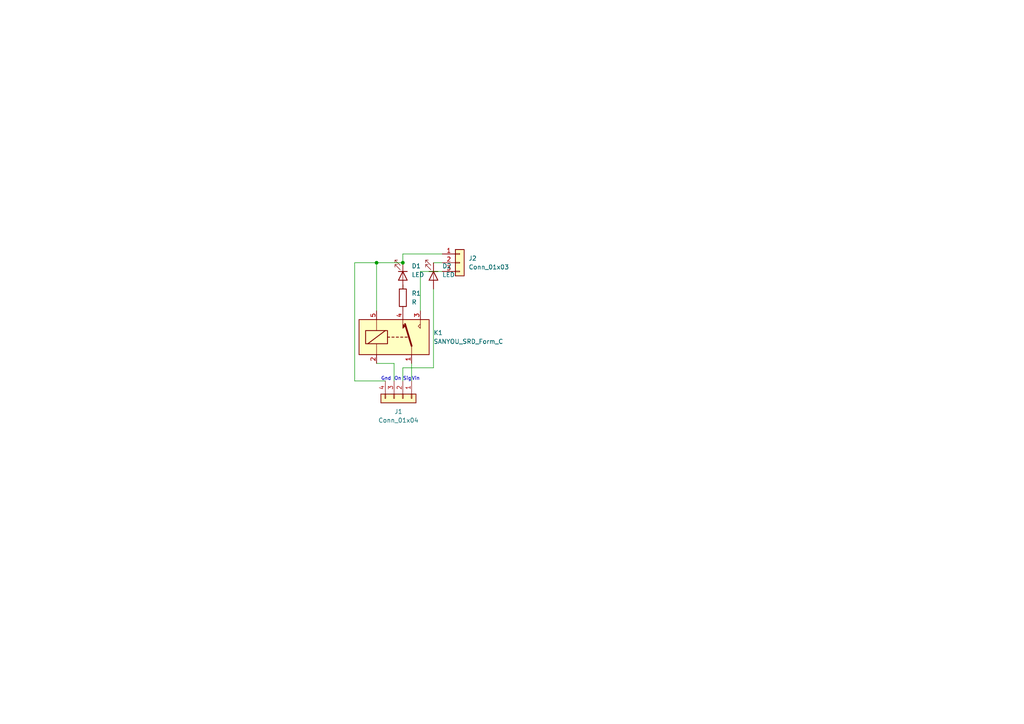
<source format=kicad_sch>
(kicad_sch (version 20211123) (generator eeschema)
  (paper "A4")
  (lib_symbols
    (symbol "Connector_Generic:Conn_01x03" (pin_names (offset 1.016) hide)
      (property "Reference" "J" (at 0 5.08 0))
      (property "Value" "Conn_01x03" (at 0 -5.08 0))
      (symbol "Conn_01x03_1_1"
        (rectangle (start -1.27 -2.413) (end 0 -2.667) (stroke (width 0.1524)))
        (rectangle (start -1.27 0.127) (end 0 -0.127) (stroke (width 0.1524)))
        (rectangle (start -1.27 2.667) (end 0 2.413) (stroke (width 0.1524)))
        (rectangle (start -1.27 3.81) (end 1.27 -3.81) (stroke (width 0.254)) (fill (type background)))
        (pin passive line (at -5.08 2.54 0) (length 3.81) (name "Pin_1") (number "1"))
        (pin passive line (at -5.08 0 0) (length 3.81) (name "Pin_2") (number "2"))
        (pin passive line (at -5.08 -2.54 0) (length 3.81) (name "Pin_3") (number "3"))
      )
    )
    (symbol "Connector_Generic:Conn_01x04" (pin_names (offset 1.016) hide)
      (property "Reference" "J" (at 0 5.08 0))
      (property "Value" "Conn_01x04" (at 0 -7.62 0))
      (symbol "Conn_01x04_1_1"
        (rectangle (start -1.27 -4.953) (end 0 -5.207) (stroke (width 0.1524)))
        (rectangle (start -1.27 -2.413) (end 0 -2.667) (stroke (width 0.1524)))
        (rectangle (start -1.27 0.127) (end 0 -0.127) (stroke (width 0.1524)))
        (rectangle (start -1.27 2.667) (end 0 2.413) (stroke (width 0.1524)))
        (rectangle (start -1.27 3.81) (end 1.27 -6.35) (stroke (width 0.254)) (fill (type background)))
        (pin passive line (at -5.08 2.54 0) (length 3.81) (name "Pin_1") (number "1"))
        (pin passive line (at -5.08 0 0) (length 3.81) (name "Pin_2") (number "2"))
        (pin passive line (at -5.08 -2.54 0) (length 3.81) (name "Pin_3") (number "3"))
        (pin passive line (at -5.08 -5.08 0) (length 3.81) (name "Pin_4") (number "4"))
      )
    )
    (symbol "Device:LED" (pin_numbers hide) (pin_names (offset 1.016) hide)
      (property "Reference" "D" (at 0 2.54 0))
      (property "Value" "LED" (at 0 -2.54 0))
      (symbol "LED_0_1"
        (polyline (pts (xy -1.27 -1.27) (xy -1.27 1.27)) (stroke (width 0.254)))
        (polyline (pts (xy -1.27 0) (xy 1.27 0)))
        (polyline (pts (xy 1.27 -1.27) (xy 1.27 1.27) (xy -1.27 0) (xy 1.27 -1.27)) (stroke (width 0.254)))
        (polyline (pts (xy -3.048 -0.762) (xy -4.572 -2.286) (xy -3.81 -2.286) (xy -4.572 -2.286) (xy -4.572 -1.524)))
        (polyline (pts (xy -1.778 -0.762) (xy -3.302 -2.286) (xy -2.54 -2.286) (xy -3.302 -2.286) (xy -3.302 -1.524)))
      )
      (symbol "LED_1_1"
        (pin passive line (at -3.81 0 0) (length 2.54) (name "K") (number "1"))
        (pin passive line (at 3.81 0 180) (length 2.54) (name "A") (number "2"))
      )
    )
    (symbol "Device:R" (pin_numbers hide) (pin_names (offset 0))
      (property "Reference" "R" (at 2.032 0 90))
      (property "Value" "R" (at 0 0 90))
      (symbol "R_0_1"
        (rectangle (start -1.016 -2.54) (end 1.016 2.54) (stroke (width 0.254)))
      )
      (symbol "R_1_1"
        (pin passive line (at 0 3.81 270) (length 1.27) (name "~") (number "1"))
        (pin passive line (at 0 -3.81 90) (length 1.27) (name "~") (number "2"))
      )
    )
    (symbol "Relay:SANYOU_SRD_Form_C"
      (property "Reference" "K" (at 11.43 3.81 0))
      (property "Value" "SANYOU_SRD_Form_C" (at 11.43 1.27 0))
      (symbol "SANYOU_SRD_Form_C_0_0"
        (polyline (pts (xy 7.62 5.08) (xy 7.62 2.54) (xy 6.985 3.175) (xy 7.62 3.81)))
      )
      (symbol "SANYOU_SRD_Form_C_0_1"
        (rectangle (start -10.16 5.08) (end 10.16 -5.08) (stroke (width 0.254)) (fill (type background)))
        (rectangle (start -8.255 1.905) (end -1.905 -1.905) (stroke (width 0.254)))
        (polyline (pts (xy -7.62 -1.905) (xy -2.54 1.905)) (stroke (width 0.254)))
        (polyline (pts (xy -5.08 -5.08) (xy -5.08 -1.905)))
        (polyline (pts (xy -5.08 5.08) (xy -5.08 1.905)))
        (polyline (pts (xy -1.905 0) (xy -1.27 0)) (stroke (width 0.254)))
        (polyline (pts (xy -0.635 0) (xy 0 0)) (stroke (width 0.254)))
        (polyline (pts (xy 0.635 0) (xy 1.27 0)) (stroke (width 0.254)))
        (polyline (pts (xy 1.905 0) (xy 2.54 0)) (stroke (width 0.254)))
        (polyline (pts (xy 3.175 0) (xy 3.81 0)) (stroke (width 0.254)))
        (polyline (pts (xy 5.08 -2.54) (xy 3.175 3.81)) (stroke (width 0.508)))
        (polyline (pts (xy 5.08 -2.54) (xy 5.08 -5.08)))
      )
      (symbol "SANYOU_SRD_Form_C_1_1"
        (polyline (pts (xy 2.54 3.81) (xy 3.175 3.175) (xy 2.54 2.54) (xy 2.54 5.08)) (fill (type outline)))
        (pin passive line (at 5.08 -7.62 90) (length 2.54) (name "~") (number "1"))
        (pin passive line (at -5.08 -7.62 90) (length 2.54) (name "~") (number "2"))
        (pin passive line (at 7.62 7.62 270) (length 2.54) (name "~") (number "3"))
        (pin passive line (at 2.54 7.62 270) (length 2.54) (name "~") (number "4"))
        (pin passive line (at -5.08 7.62 270) (length 2.54) (name "~") (number "5"))
      )
    )
  )
  (junction (at 116.84 76.2))
  (junction (at 109.22 76.2))
  (wire (pts (xy 102.87 110.49) (xy 111.76 110.49)))
  (wire (pts (xy 109.22 76.2) (xy 116.84 76.2)))
  (wire (pts (xy 102.87 76.2) (xy 102.87 110.49)))
  (wire (pts (xy 116.84 106.68) (xy 125.73 106.68)))
  (wire (pts (xy 121.92 78.74) (xy 128.27 78.74)))
  (wire (pts (xy 125.73 76.2) (xy 128.27 76.2)))
  (wire (pts (xy 119.38 105.41) (xy 119.38 110.49)))
  (wire (pts (xy 128.27 73.66) (xy 116.84 73.66)))
  (wire (pts (xy 102.87 76.2) (xy 109.22 76.2)))
  (wire (pts (xy 114.3 105.41) (xy 114.3 110.49)))
  (wire (pts (xy 116.84 83.82) (xy 116.84 82.55)))
  (wire (pts (xy 109.22 76.2) (xy 109.22 90.17)))
  (wire (pts (xy 116.84 73.66) (xy 116.84 76.2)))
  (wire (pts (xy 125.73 83.82) (xy 125.73 106.68)))
  (wire (pts (xy 114.3 105.41) (xy 109.22 105.41)))
  (wire (pts (xy 121.92 78.74) (xy 121.92 90.17)))
  (wire (pts (xy 116.84 106.68) (xy 116.84 110.49)))
  (text "Vin\n" (at 119.38 110.49 0) (effects (font (size 1 1)) (justify left bottom)))
  (text "On" (at 114.3 110.49 0) (effects (font (size 1 1)) (justify left bottom)))
  (text "Sig\n" (at 116.84 110.49 0) (effects (font (size 1 1)) (justify left bottom)))
  (text "Gnd\n" (at 110.49 110.49 0) (effects (font (size 1 1)) (justify left bottom)))
  (symbol (lib_id "Connector_Generic:Conn_01x03") (at 133.35 76.2 0) (unit 1)
    (property "Reference" "J2" (at 135.89 74.9299 0) (effects (justify left)))
    (property "Value" "Conn_01x03" (at 135.89 77.4699 0) (effects (justify left)))
    (property "Footprint" "Connector_PinHeader_2.54mm:PinHeader_1x03_P2.54mm_Vertical" (effects hide))
  )
  (symbol (lib_id "Connector_Generic:Conn_01x04") (at 116.84 115.57 270) (unit 1)
    (property "Reference" "J1" (at 115.57 119.38 90))
    (property "Value" "Conn_01x04" (at 115.57 121.92 90))
    (property "Footprint" "Connector_PinHeader_2.54mm:PinHeader_1x04_P2.54mm_Horizontal" (effects hide))
  )
  (symbol (lib_id "Device:LED") (at 116.84 80.01 270) (unit 1)
    (property "Reference" "D1" (at 119.38 77.1524 90) (effects (justify left)))
    (property "Value" "LED" (at 119.38 79.6924 90) (effects (justify left)))
    (property "Footprint" "LED_THT:LED_D3.0mm" (effects hide))
  )
  (symbol (lib_id "Device:LED") (at 125.73 80.01 270) (unit 1)
    (property "Reference" "D2" (at 128.27 77.1524 90) (effects (justify left)))
    (property "Value" "LED" (at 128.27 79.6924 90) (effects (justify left)))
    (property "Footprint" "LED_THT:LED_D3.0mm" (effects hide))
  )
  (symbol (lib_id "Device:R") (at 116.84 86.36 0) (unit 1)
    (property "Reference" "R1" (at 119.38 85.0899 0) (effects (justify left)))
    (property "Value" "R" (at 119.38 87.6299 0) (effects (justify left)))
    (property "Footprint" "Resistor_THT:R_Axial_DIN0204_L3.6mm_D1.6mm_P5.08mm_Horizontal" (effects hide))
  )
  (symbol (lib_id "Relay:SANYOU_SRD_Form_C") (at 114.3 97.79 0) (unit 1)
    (property "Reference" "K1" (at 125.73 96.5199 0) (effects (justify left)))
    (property "Value" "SANYOU_SRD_Form_C" (at 125.73 99.0599 0) (effects (justify left)))
    (property "Footprint" "Relay_THT:Relay_SPDT_SANYOU_SRD_Series_Form_C" (effects hide))
    (property "Datasheet" "http://www.sanyourelay.ca/public/products/pdf/SRD.pdf" (effects hide))
  )
)
</source>
